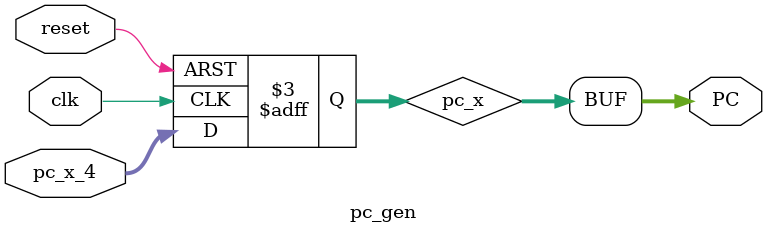
<source format=v>
`timescale 1ns / 1ps


module pc_gen(
    input clk,
    input reset,
    input [31:0]pc_x_4,
     output  [31:0]PC
    );
    reg [31:0]pc_x;
    assign PC=pc_x;
    
    always @(posedge clk,negedge reset)
     begin
     if(reset==0)
       pc_x=0;
       else
      pc_x=pc_x_4;  
    end
    
endmodule

</source>
